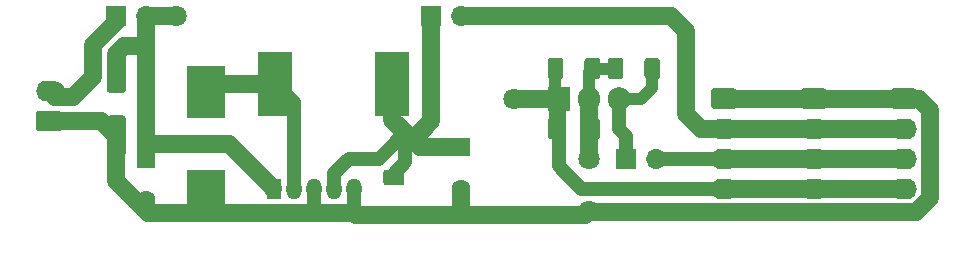
<source format=gbr>
%TF.GenerationSoftware,KiCad,Pcbnew,5.1.10-88a1d61d58~90~ubuntu20.04.1*%
%TF.CreationDate,2023-02-04T18:34:01+01:00*%
%TF.ProjectId,zvire-vetrnik-power-supply,7a766972-652d-4766-9574-726e696b2d70,rev?*%
%TF.SameCoordinates,PX3c8eee0PY791ddc0*%
%TF.FileFunction,Copper,L2,Bot*%
%TF.FilePolarity,Positive*%
%FSLAX46Y46*%
G04 Gerber Fmt 4.6, Leading zero omitted, Abs format (unit mm)*
G04 Created by KiCad (PCBNEW 5.1.10-88a1d61d58~90~ubuntu20.04.1) date 2023-02-04 18:34:01*
%MOMM*%
%LPD*%
G01*
G04 APERTURE LIST*
%TA.AperFunction,ComponentPad*%
%ADD10O,1.905000X2.000000*%
%TD*%
%TA.AperFunction,ComponentPad*%
%ADD11R,1.905000X2.000000*%
%TD*%
%TA.AperFunction,ComponentPad*%
%ADD12O,1.275000X1.800000*%
%TD*%
%TA.AperFunction,ComponentPad*%
%ADD13R,1.275000X1.800000*%
%TD*%
%TA.AperFunction,SMDPad,CuDef*%
%ADD14R,2.900000X5.400000*%
%TD*%
%TA.AperFunction,ComponentPad*%
%ADD15O,1.700000X1.700000*%
%TD*%
%TA.AperFunction,ComponentPad*%
%ADD16R,1.700000X1.700000*%
%TD*%
%TA.AperFunction,ComponentPad*%
%ADD17O,2.190000X1.740000*%
%TD*%
%TA.AperFunction,SMDPad,CuDef*%
%ADD18R,3.300000X4.500000*%
%TD*%
%TA.AperFunction,ComponentPad*%
%ADD19C,1.600000*%
%TD*%
%TA.AperFunction,ComponentPad*%
%ADD20R,1.600000X1.600000*%
%TD*%
%TA.AperFunction,ViaPad*%
%ADD21C,1.800000*%
%TD*%
%TA.AperFunction,Conductor*%
%ADD22C,1.000000*%
%TD*%
%TA.AperFunction,Conductor*%
%ADD23C,1.200000*%
%TD*%
%TA.AperFunction,Conductor*%
%ADD24C,1.500000*%
%TD*%
G04 APERTURE END LIST*
D10*
%TO.P,U2,3*%
%TO.N,Net-(C7-Pad1)*%
X52070000Y11430000D03*
%TO.P,U2,2*%
%TO.N,GND*%
X49530000Y11430000D03*
D11*
%TO.P,U2,1*%
%TO.N,+12V*%
X46990000Y11430000D03*
%TD*%
D12*
%TO.P,U1,5*%
%TO.N,GND*%
X29660000Y3810000D03*
%TO.P,U1,4*%
%TO.N,Net-(C3-Pad1)*%
X27960000Y3810000D03*
%TO.P,U1,3*%
%TO.N,GND*%
X26260000Y3810000D03*
%TO.P,U1,2*%
%TO.N,Net-(D1-Pad1)*%
X24560000Y3810000D03*
D13*
%TO.P,U1,1*%
%TO.N,+12V*%
X22860000Y3810000D03*
%TD*%
D14*
%TO.P,L1,2*%
%TO.N,Net-(C3-Pad1)*%
X32890000Y12700000D03*
%TO.P,L1,1*%
%TO.N,Net-(D1-Pad1)*%
X22990000Y12700000D03*
%TD*%
D15*
%TO.P,JP3,2*%
%TO.N,+3V3*%
X38735000Y18415000D03*
D16*
%TO.P,JP3,1*%
%TO.N,Net-(C3-Pad1)*%
X36195000Y18415000D03*
%TD*%
D15*
%TO.P,JP2,2*%
%TO.N,+5V*%
X55245000Y6350000D03*
D16*
%TO.P,JP2,1*%
%TO.N,Net-(C7-Pad1)*%
X52705000Y6350000D03*
%TD*%
D15*
%TO.P,JP1,2*%
%TO.N,+12V*%
X12065000Y18415000D03*
D16*
%TO.P,JP1,1*%
%TO.N,Net-(J1-Pad2)*%
X9525000Y18415000D03*
%TD*%
D17*
%TO.P,J4,4*%
%TO.N,+12V*%
X76200000Y3810000D03*
%TO.P,J4,3*%
%TO.N,+5V*%
X76200000Y6350000D03*
%TO.P,J4,2*%
%TO.N,+3V3*%
X76200000Y8890000D03*
%TO.P,J4,1*%
%TO.N,GND*%
%TA.AperFunction,ComponentPad*%
G36*
G01*
X75354999Y12300000D02*
X77045001Y12300000D01*
G75*
G02*
X77295000Y12050001I0J-249999D01*
G01*
X77295000Y10809999D01*
G75*
G02*
X77045001Y10560000I-249999J0D01*
G01*
X75354999Y10560000D01*
G75*
G02*
X75105000Y10809999I0J249999D01*
G01*
X75105000Y12050001D01*
G75*
G02*
X75354999Y12300000I249999J0D01*
G01*
G37*
%TD.AperFunction*%
%TD*%
%TO.P,J3,4*%
%TO.N,+12V*%
X68580000Y3810000D03*
%TO.P,J3,3*%
%TO.N,+5V*%
X68580000Y6350000D03*
%TO.P,J3,2*%
%TO.N,+3V3*%
X68580000Y8890000D03*
%TO.P,J3,1*%
%TO.N,GND*%
%TA.AperFunction,ComponentPad*%
G36*
G01*
X67734999Y12300000D02*
X69425001Y12300000D01*
G75*
G02*
X69675000Y12050001I0J-249999D01*
G01*
X69675000Y10809999D01*
G75*
G02*
X69425001Y10560000I-249999J0D01*
G01*
X67734999Y10560000D01*
G75*
G02*
X67485000Y10809999I0J249999D01*
G01*
X67485000Y12050001D01*
G75*
G02*
X67734999Y12300000I249999J0D01*
G01*
G37*
%TD.AperFunction*%
%TD*%
%TO.P,J2,4*%
%TO.N,+12V*%
X60960000Y3810000D03*
%TO.P,J2,3*%
%TO.N,+5V*%
X60960000Y6350000D03*
%TO.P,J2,2*%
%TO.N,+3V3*%
X60960000Y8890000D03*
%TO.P,J2,1*%
%TO.N,GND*%
%TA.AperFunction,ComponentPad*%
G36*
G01*
X60114999Y12300000D02*
X61805001Y12300000D01*
G75*
G02*
X62055000Y12050001I0J-249999D01*
G01*
X62055000Y10809999D01*
G75*
G02*
X61805001Y10560000I-249999J0D01*
G01*
X60114999Y10560000D01*
G75*
G02*
X59865000Y10809999I0J249999D01*
G01*
X59865000Y12050001D01*
G75*
G02*
X60114999Y12300000I249999J0D01*
G01*
G37*
%TD.AperFunction*%
%TD*%
%TO.P,J1,2*%
%TO.N,Net-(J1-Pad2)*%
X3810000Y12065000D03*
%TO.P,J1,1*%
%TO.N,GND*%
%TA.AperFunction,ComponentPad*%
G36*
G01*
X4655001Y8655000D02*
X2964999Y8655000D01*
G75*
G02*
X2715000Y8904999I0J249999D01*
G01*
X2715000Y10145001D01*
G75*
G02*
X2964999Y10395000I249999J0D01*
G01*
X4655001Y10395000D01*
G75*
G02*
X4905000Y10145001I0J-249999D01*
G01*
X4905000Y8904999D01*
G75*
G02*
X4655001Y8655000I-249999J0D01*
G01*
G37*
%TD.AperFunction*%
%TD*%
D18*
%TO.P,D1,2*%
%TO.N,GND*%
X17145000Y3220000D03*
%TO.P,D1,1*%
%TO.N,Net-(D1-Pad1)*%
X17145000Y12020000D03*
%TD*%
%TO.P,C7,2*%
%TO.N,GND*%
%TA.AperFunction,SMDPad,CuDef*%
G36*
G01*
X52440000Y14620001D02*
X52440000Y13319999D01*
G75*
G02*
X52190001Y13070000I-249999J0D01*
G01*
X51364999Y13070000D01*
G75*
G02*
X51115000Y13319999I0J249999D01*
G01*
X51115000Y14620001D01*
G75*
G02*
X51364999Y14870000I249999J0D01*
G01*
X52190001Y14870000D01*
G75*
G02*
X52440000Y14620001I0J-249999D01*
G01*
G37*
%TD.AperFunction*%
%TO.P,C7,1*%
%TO.N,Net-(C7-Pad1)*%
%TA.AperFunction,SMDPad,CuDef*%
G36*
G01*
X55565000Y14620001D02*
X55565000Y13319999D01*
G75*
G02*
X55315001Y13070000I-249999J0D01*
G01*
X54489999Y13070000D01*
G75*
G02*
X54240000Y13319999I0J249999D01*
G01*
X54240000Y14620001D01*
G75*
G02*
X54489999Y14870000I249999J0D01*
G01*
X55315001Y14870000D01*
G75*
G02*
X55565000Y14620001I0J-249999D01*
G01*
G37*
%TD.AperFunction*%
%TD*%
%TO.P,C6,2*%
%TO.N,GND*%
%TA.AperFunction,SMDPad,CuDef*%
G36*
G01*
X49160000Y8239999D02*
X49160000Y9540001D01*
G75*
G02*
X49409999Y9790000I249999J0D01*
G01*
X50235001Y9790000D01*
G75*
G02*
X50485000Y9540001I0J-249999D01*
G01*
X50485000Y8239999D01*
G75*
G02*
X50235001Y7990000I-249999J0D01*
G01*
X49409999Y7990000D01*
G75*
G02*
X49160000Y8239999I0J249999D01*
G01*
G37*
%TD.AperFunction*%
%TO.P,C6,1*%
%TO.N,+12V*%
%TA.AperFunction,SMDPad,CuDef*%
G36*
G01*
X46035000Y8239999D02*
X46035000Y9540001D01*
G75*
G02*
X46284999Y9790000I249999J0D01*
G01*
X47110001Y9790000D01*
G75*
G02*
X47360000Y9540001I0J-249999D01*
G01*
X47360000Y8239999D01*
G75*
G02*
X47110001Y7990000I-249999J0D01*
G01*
X46284999Y7990000D01*
G75*
G02*
X46035000Y8239999I0J249999D01*
G01*
G37*
%TD.AperFunction*%
%TD*%
%TO.P,C5,2*%
%TO.N,GND*%
%TA.AperFunction,SMDPad,CuDef*%
G36*
G01*
X49160000Y13324697D02*
X49160000Y14624699D01*
G75*
G02*
X49409999Y14874698I249999J0D01*
G01*
X50235001Y14874698D01*
G75*
G02*
X50485000Y14624699I0J-249999D01*
G01*
X50485000Y13324697D01*
G75*
G02*
X50235001Y13074698I-249999J0D01*
G01*
X49409999Y13074698D01*
G75*
G02*
X49160000Y13324697I0J249999D01*
G01*
G37*
%TD.AperFunction*%
%TO.P,C5,1*%
%TO.N,+12V*%
%TA.AperFunction,SMDPad,CuDef*%
G36*
G01*
X46035000Y13324697D02*
X46035000Y14624699D01*
G75*
G02*
X46284999Y14874698I249999J0D01*
G01*
X47110001Y14874698D01*
G75*
G02*
X47360000Y14624699I0J-249999D01*
G01*
X47360000Y13324697D01*
G75*
G02*
X47110001Y13074698I-249999J0D01*
G01*
X46284999Y13074698D01*
G75*
G02*
X46035000Y13324697I0J249999D01*
G01*
G37*
%TD.AperFunction*%
%TD*%
%TO.P,C4,2*%
%TO.N,GND*%
%TA.AperFunction,SMDPad,CuDef*%
G36*
G01*
X32369999Y2275000D02*
X33670001Y2275000D01*
G75*
G02*
X33920000Y2025001I0J-249999D01*
G01*
X33920000Y1199999D01*
G75*
G02*
X33670001Y950000I-249999J0D01*
G01*
X32369999Y950000D01*
G75*
G02*
X32120000Y1199999I0J249999D01*
G01*
X32120000Y2025001D01*
G75*
G02*
X32369999Y2275000I249999J0D01*
G01*
G37*
%TD.AperFunction*%
%TO.P,C4,1*%
%TO.N,Net-(C3-Pad1)*%
%TA.AperFunction,SMDPad,CuDef*%
G36*
G01*
X32369999Y5400000D02*
X33670001Y5400000D01*
G75*
G02*
X33920000Y5150001I0J-249999D01*
G01*
X33920000Y4324999D01*
G75*
G02*
X33670001Y4075000I-249999J0D01*
G01*
X32369999Y4075000D01*
G75*
G02*
X32120000Y4324999I0J249999D01*
G01*
X32120000Y5150001D01*
G75*
G02*
X32369999Y5400000I249999J0D01*
G01*
G37*
%TD.AperFunction*%
%TD*%
D19*
%TO.P,C3,2*%
%TO.N,GND*%
X38735000Y3810000D03*
D20*
%TO.P,C3,1*%
%TO.N,Net-(C3-Pad1)*%
X38735000Y7310000D03*
%TD*%
%TO.P,C2,2*%
%TO.N,GND*%
%TA.AperFunction,SMDPad,CuDef*%
G36*
G01*
X8975000Y10005000D02*
X10075000Y10005000D01*
G75*
G02*
X10325000Y9755000I0J-250000D01*
G01*
X10325000Y6755000D01*
G75*
G02*
X10075000Y6505000I-250000J0D01*
G01*
X8975000Y6505000D01*
G75*
G02*
X8725000Y6755000I0J250000D01*
G01*
X8725000Y9755000D01*
G75*
G02*
X8975000Y10005000I250000J0D01*
G01*
G37*
%TD.AperFunction*%
%TO.P,C2,1*%
%TO.N,+12V*%
%TA.AperFunction,SMDPad,CuDef*%
G36*
G01*
X8975000Y15405000D02*
X10075000Y15405000D01*
G75*
G02*
X10325000Y15155000I0J-250000D01*
G01*
X10325000Y12155000D01*
G75*
G02*
X10075000Y11905000I-250000J0D01*
G01*
X8975000Y11905000D01*
G75*
G02*
X8725000Y12155000I0J250000D01*
G01*
X8725000Y15155000D01*
G75*
G02*
X8975000Y15405000I250000J0D01*
G01*
G37*
%TD.AperFunction*%
%TD*%
D19*
%TO.P,C1,2*%
%TO.N,GND*%
X12065000Y2850000D03*
D20*
%TO.P,C1,1*%
%TO.N,+12V*%
X12065000Y6350000D03*
%TD*%
D21*
%TO.N,GND*%
X49530000Y6350000D03*
X49530000Y1905000D03*
%TO.N,+12V*%
X14605000Y18415000D03*
X43180000Y11430000D03*
%TD*%
D22*
%TO.N,GND*%
X26260000Y2130000D02*
X25889990Y1759990D01*
D23*
X26260000Y3810000D02*
X26260000Y2130000D01*
D22*
X29660000Y1799980D02*
X29699990Y1759990D01*
D23*
X29660000Y3810000D02*
X29660000Y1799980D01*
D24*
X25889990Y1759990D02*
X29699990Y1759990D01*
X60960000Y11430000D02*
X68580000Y11430000D01*
X68580000Y11430000D02*
X76200000Y11430000D01*
X16510000Y2249980D02*
X16020010Y1759990D01*
X16510000Y3220000D02*
X16510000Y2249980D01*
X16020010Y1759990D02*
X12250008Y1759990D01*
X25889990Y1759990D02*
X16020010Y1759990D01*
D22*
X49827198Y13970000D02*
X49822500Y13974698D01*
X51777500Y13970000D02*
X49827198Y13970000D01*
D24*
X12065000Y1944998D02*
X12250008Y1759990D01*
X12065000Y2850000D02*
X12065000Y1944998D01*
D22*
X29847480Y1612500D02*
X29699990Y1759990D01*
X33020000Y1612500D02*
X29847480Y1612500D01*
D24*
X9525000Y4484998D02*
X12065000Y1944998D01*
X9525000Y8255000D02*
X9525000Y4484998D01*
X8255000Y9525000D02*
X9525000Y8255000D01*
X3810000Y9525000D02*
X8255000Y9525000D01*
D22*
X49530000Y13682198D02*
X49822500Y13974698D01*
X49530000Y11430000D02*
X49530000Y13682198D01*
X49822500Y11137500D02*
X49530000Y11430000D01*
X49822500Y8890000D02*
X49822500Y11137500D01*
D24*
X49530000Y11430000D02*
X49530000Y6350000D01*
X49237500Y1612500D02*
X49530000Y1905000D01*
X38735000Y1905000D02*
X38442500Y1612500D01*
X38735000Y3810000D02*
X38735000Y1905000D01*
X38442500Y1612500D02*
X49237500Y1612500D01*
X29847480Y1612500D02*
X38442500Y1612500D01*
X49645010Y1789990D02*
X49530000Y1905000D01*
X77261715Y1789990D02*
X49645010Y1789990D01*
X78445010Y2973285D02*
X77261715Y1789990D01*
X78445010Y10454990D02*
X78445010Y2973285D01*
X77470000Y11430000D02*
X78445010Y10454990D01*
X76200000Y11430000D02*
X77470000Y11430000D01*
%TO.N,+12V*%
X60960000Y3810000D02*
X68580000Y3810000D01*
X68580000Y3810000D02*
X76200000Y3810000D01*
X19050000Y7620000D02*
X13335000Y7620000D01*
X22772490Y3897510D02*
X19050000Y7620000D01*
X22772490Y3810000D02*
X22772490Y3897510D01*
D22*
X46697500Y11137500D02*
X46990000Y11430000D01*
X46697500Y8890000D02*
X46697500Y11137500D01*
X46697500Y11722500D02*
X46990000Y11430000D01*
X46697500Y13974698D02*
X46697500Y11722500D01*
D24*
X13335000Y7620000D02*
X12065000Y7620000D01*
X12065000Y7620000D02*
X12065000Y6350000D01*
X9525000Y13655000D02*
X9525000Y15240000D01*
X9525000Y15240000D02*
X10160000Y15875000D01*
X12065000Y15875000D02*
X12065000Y7620000D01*
X10160000Y15875000D02*
X12065000Y15875000D01*
X12065000Y18415000D02*
X12065000Y15875000D01*
D23*
X60960000Y3810000D02*
X48895000Y3810000D01*
X46990000Y5715000D02*
X46990000Y11430000D01*
X48895000Y3810000D02*
X46990000Y5715000D01*
D24*
X12065000Y18415000D02*
X14605000Y18415000D01*
X43180000Y11430000D02*
X46990000Y11430000D01*
D23*
%TO.N,Net-(C3-Pad1)*%
X27960000Y5100000D02*
X29210000Y6350000D01*
X27960000Y3810000D02*
X27960000Y5100000D01*
D24*
X32890000Y12700000D02*
X32890000Y9655000D01*
X32890000Y9655000D02*
X33972500Y8572500D01*
D23*
X31750000Y6350000D02*
X33020000Y7620000D01*
X29210000Y6350000D02*
X31750000Y6350000D01*
X33020000Y7620000D02*
X33972500Y8572500D01*
D24*
X36195000Y9525000D02*
X34607500Y7937500D01*
X36195000Y18415000D02*
X36195000Y9525000D01*
X33972500Y8572500D02*
X34607500Y7937500D01*
X35235000Y7310000D02*
X34607500Y7937500D01*
X38735000Y7310000D02*
X35235000Y7310000D01*
D23*
X33020000Y4737500D02*
X33020000Y5080000D01*
X33972500Y6032500D02*
X33972500Y8572500D01*
X33020000Y5080000D02*
X33972500Y6032500D01*
D22*
%TO.N,Net-(C7-Pad1)*%
X54902500Y13970000D02*
X54902500Y12357500D01*
X53975000Y11430000D02*
X52070000Y11430000D01*
X54902500Y12357500D02*
X53975000Y11430000D01*
D23*
X52070000Y11430000D02*
X52070000Y8890000D01*
X52705000Y8255000D02*
X52705000Y6350000D01*
X52070000Y8890000D02*
X52705000Y8255000D01*
%TO.N,Net-(D1-Pad1)*%
X24560000Y11130000D02*
X22990000Y12700000D01*
X24560000Y3810000D02*
X24560000Y11130000D01*
D24*
X22310000Y12020000D02*
X22990000Y12700000D01*
X17825000Y12700000D02*
X17145000Y12020000D01*
X22990000Y12700000D02*
X17825000Y12700000D01*
%TO.N,Net-(J1-Pad2)*%
X3810000Y12065000D02*
X4445000Y12065000D01*
X7574990Y13289990D02*
X7574990Y15977009D01*
X5830010Y11545010D02*
X7574990Y13289990D01*
X4329990Y11545010D02*
X5830010Y11545010D01*
X3810000Y12065000D02*
X4329990Y11545010D01*
X9525000Y17927019D02*
X9525000Y18415000D01*
X7574990Y15977009D02*
X9525000Y17927019D01*
%TO.N,+5V*%
X60960000Y6350000D02*
X68580000Y6350000D01*
X68580000Y6350000D02*
X76200000Y6350000D01*
D23*
X55245000Y6350000D02*
X60960000Y6350000D01*
D24*
%TO.N,+3V3*%
X76200000Y8890000D02*
X68580000Y8890000D01*
X68580000Y8890000D02*
X60960000Y8890000D01*
X59055000Y8890000D02*
X60960000Y8890000D01*
X57785000Y10160000D02*
X59055000Y8890000D01*
X38735000Y18415000D02*
X50800000Y18415000D01*
X57785000Y10160000D02*
X57785000Y17145000D01*
X56515000Y18415000D02*
X50800000Y18415000D01*
X57785000Y17145000D02*
X56515000Y18415000D01*
%TD*%
M02*

</source>
